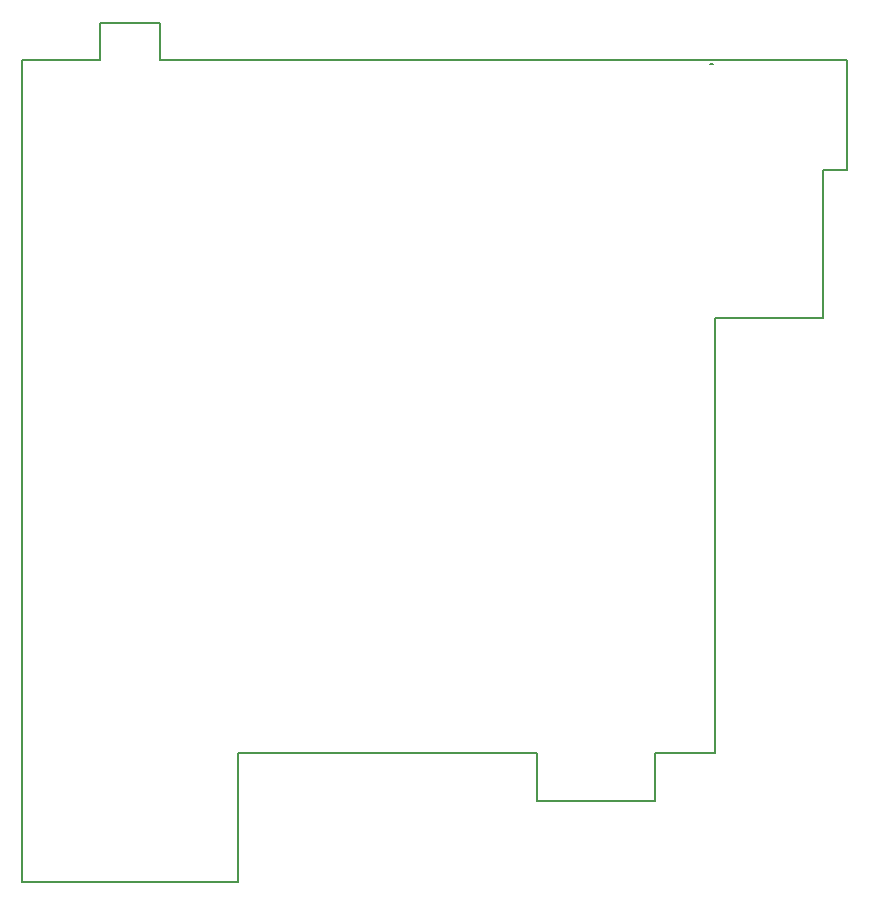
<source format=gm1>
G04 Layer_Color=16711935*
%FSLAX24Y24*%
%MOIN*%
G70*
G01*
G75*
%ADD45C,0.0079*%
D45*
X27382Y-3543D02*
Y118D01*
X-118Y-27276D02*
X7087D01*
Y-22984D01*
X22835Y0D02*
X22913D01*
X26575Y-8465D02*
Y-3543D01*
X20984Y-22984D02*
X22972D01*
Y-8465D01*
X26575D01*
X10298Y-22984D02*
X17067D01*
X26575Y-3543D02*
X27382D01*
X20984Y-24559D02*
Y-22984D01*
X17067Y-24559D02*
X20984D01*
X17067D02*
Y-22984D01*
X4488Y118D02*
Y1378D01*
X2500D02*
X4488D01*
X2500Y118D02*
Y1378D01*
X7087Y-22984D02*
X10298D01*
X-118Y-27276D02*
Y118D01*
X4488D02*
X27382D01*
X-118D02*
X2500D01*
M02*

</source>
